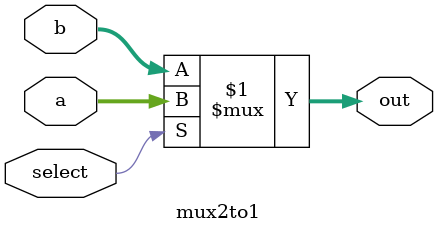
<source format=v>
`timescale 1ns / 1ps


module mux2to1(
    input [31:0] a,
    input [31:0] b,
    output [31:0] out,
    input select
    );
    
    assign out = select ? a : b;
endmodule

</source>
